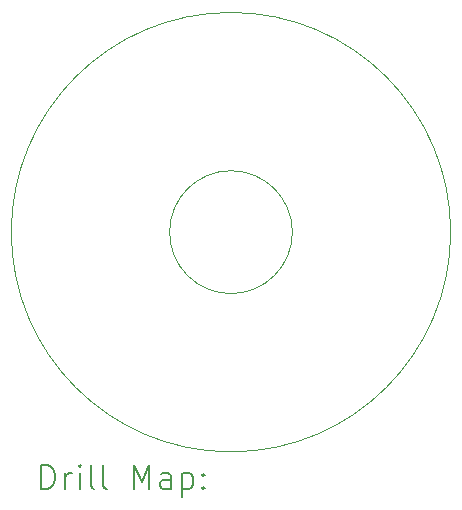
<source format=gbr>
%FSLAX45Y45*%
G04 Gerber Fmt 4.5, Leading zero omitted, Abs format (unit mm)*
G04 Created by KiCad (PCBNEW (6.0.1)) date 2022-07-24 11:11:30*
%MOMM*%
%LPD*%
G01*
G04 APERTURE LIST*
%TA.AperFunction,Profile*%
%ADD10C,0.050000*%
%TD*%
%TA.AperFunction,Profile*%
%ADD11C,0.100000*%
%TD*%
%ADD12C,0.200000*%
G04 APERTURE END LIST*
D10*
X15430000Y-6990000D02*
G75*
G03*
X15430000Y-6990000I-1860000J0D01*
G01*
D11*
X14090000Y-6990000D02*
G75*
G03*
X14090000Y-6990000I-520000J0D01*
G01*
D12*
X11965119Y-9162976D02*
X11965119Y-8962976D01*
X12012738Y-8962976D01*
X12041309Y-8972500D01*
X12060357Y-8991548D01*
X12069881Y-9010595D01*
X12079405Y-9048690D01*
X12079405Y-9077262D01*
X12069881Y-9115357D01*
X12060357Y-9134405D01*
X12041309Y-9153452D01*
X12012738Y-9162976D01*
X11965119Y-9162976D01*
X12165119Y-9162976D02*
X12165119Y-9029643D01*
X12165119Y-9067738D02*
X12174643Y-9048690D01*
X12184167Y-9039167D01*
X12203214Y-9029643D01*
X12222262Y-9029643D01*
X12288928Y-9162976D02*
X12288928Y-9029643D01*
X12288928Y-8962976D02*
X12279405Y-8972500D01*
X12288928Y-8982024D01*
X12298452Y-8972500D01*
X12288928Y-8962976D01*
X12288928Y-8982024D01*
X12412738Y-9162976D02*
X12393690Y-9153452D01*
X12384167Y-9134405D01*
X12384167Y-8962976D01*
X12517500Y-9162976D02*
X12498452Y-9153452D01*
X12488928Y-9134405D01*
X12488928Y-8962976D01*
X12746071Y-9162976D02*
X12746071Y-8962976D01*
X12812738Y-9105833D01*
X12879405Y-8962976D01*
X12879405Y-9162976D01*
X13060357Y-9162976D02*
X13060357Y-9058214D01*
X13050833Y-9039167D01*
X13031786Y-9029643D01*
X12993690Y-9029643D01*
X12974643Y-9039167D01*
X13060357Y-9153452D02*
X13041309Y-9162976D01*
X12993690Y-9162976D01*
X12974643Y-9153452D01*
X12965119Y-9134405D01*
X12965119Y-9115357D01*
X12974643Y-9096310D01*
X12993690Y-9086786D01*
X13041309Y-9086786D01*
X13060357Y-9077262D01*
X13155595Y-9029643D02*
X13155595Y-9229643D01*
X13155595Y-9039167D02*
X13174643Y-9029643D01*
X13212738Y-9029643D01*
X13231786Y-9039167D01*
X13241309Y-9048690D01*
X13250833Y-9067738D01*
X13250833Y-9124881D01*
X13241309Y-9143929D01*
X13231786Y-9153452D01*
X13212738Y-9162976D01*
X13174643Y-9162976D01*
X13155595Y-9153452D01*
X13336548Y-9143929D02*
X13346071Y-9153452D01*
X13336548Y-9162976D01*
X13327024Y-9153452D01*
X13336548Y-9143929D01*
X13336548Y-9162976D01*
X13336548Y-9039167D02*
X13346071Y-9048690D01*
X13336548Y-9058214D01*
X13327024Y-9048690D01*
X13336548Y-9039167D01*
X13336548Y-9058214D01*
M02*

</source>
